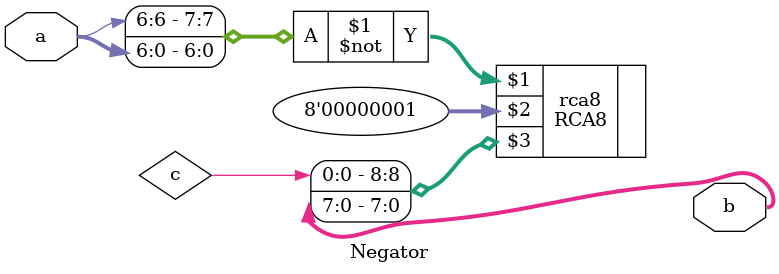
<source format=v>
module Negator(a, b);

	input [6:0] a;
	output [7:0] b;
	wire c;
	
	RCA8 rca8(~{a[6], a}, 8'b1, {c, b});
	
endmodule
	

</source>
